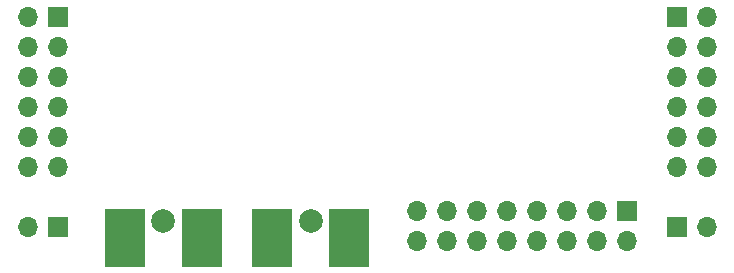
<source format=gbr>
%TF.GenerationSoftware,KiCad,Pcbnew,8.0.6*%
%TF.CreationDate,2024-11-15T11:21:47+07:00*%
%TF.ProjectId,MAX14866_PMOD,4d415831-3438-4363-965f-504d4f442e6b,rev?*%
%TF.SameCoordinates,Original*%
%TF.FileFunction,Soldermask,Bot*%
%TF.FilePolarity,Negative*%
%FSLAX46Y46*%
G04 Gerber Fmt 4.6, Leading zero omitted, Abs format (unit mm)*
G04 Created by KiCad (PCBNEW 8.0.6) date 2024-11-15 11:21:47*
%MOMM*%
%LPD*%
G01*
G04 APERTURE LIST*
%ADD10C,2.000000*%
%ADD11R,3.500000X4.875000*%
%ADD12R,1.700000X1.700000*%
%ADD13O,1.700000X1.700000*%
G04 APERTURE END LIST*
D10*
%TO.C,REF\u002A\u002A*%
X26750000Y4250000D03*
%TD*%
D11*
%TO.C,J3*%
X23500000Y2812500D03*
X30000000Y2812500D03*
%TD*%
D12*
%TO.C,J7*%
X57710000Y3760000D03*
D13*
X60250000Y3760000D03*
%TD*%
D12*
%TO.C,J2*%
X57710000Y21540000D03*
D13*
X60250000Y21540000D03*
X57710000Y19000000D03*
X60250000Y19000000D03*
X57710000Y16460000D03*
X60250000Y16460000D03*
X57710000Y13920000D03*
X60250000Y13920000D03*
X57710000Y11380000D03*
X60250000Y11380000D03*
X57710000Y8840000D03*
X60250000Y8840000D03*
%TD*%
D12*
%TO.C,J6*%
X5300000Y3720000D03*
D13*
X2760000Y3720000D03*
%TD*%
D10*
%TO.C,REF\u002A\u002A*%
X14250000Y4250000D03*
%TD*%
D12*
%TO.C,J4*%
X5300000Y21500000D03*
D13*
X2760000Y21500000D03*
X5300000Y18960000D03*
X2760000Y18960000D03*
X5300000Y16420000D03*
X2760000Y16420000D03*
X5300000Y13880000D03*
X2760000Y13880000D03*
X5300000Y11340000D03*
X2760000Y11340000D03*
X5300000Y8800000D03*
X2760000Y8800000D03*
%TD*%
D11*
%TO.C,J1*%
X11000000Y2812500D03*
X17500000Y2812500D03*
%TD*%
D12*
%TO.C,J5*%
X53500000Y5040000D03*
D13*
X53500000Y2500000D03*
X50960000Y5040000D03*
X50960000Y2500000D03*
X48420000Y5040000D03*
X48420000Y2500000D03*
X45880000Y5040000D03*
X45880000Y2500000D03*
X43340000Y5040000D03*
X43340000Y2500000D03*
X40800000Y5040000D03*
X40800000Y2500000D03*
X38260000Y5040000D03*
X38260000Y2500000D03*
X35720000Y5040000D03*
X35720000Y2500000D03*
%TD*%
M02*

</source>
